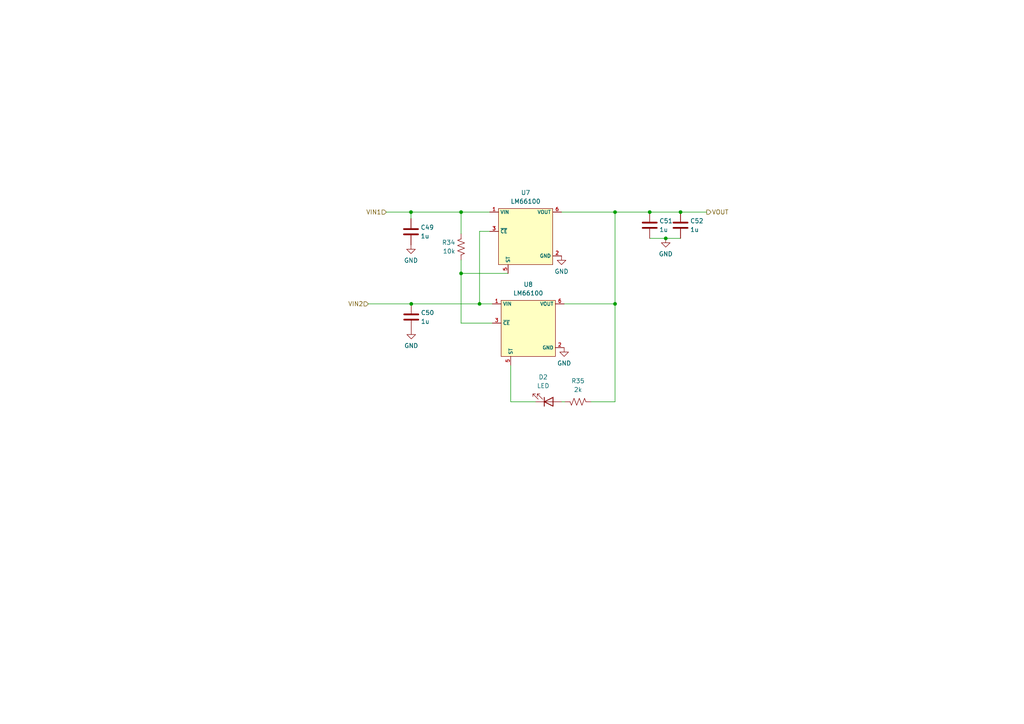
<source format=kicad_sch>
(kicad_sch (version 20230121) (generator eeschema)
  (paper "A4")
  (lib_symbols
    (symbol "Device:C" (pin_numbers hide) (pin_names (offset 0.254))
      (property "Reference" "C" (at 0.635 2.54 0))
      (property "Value" "C" (at 0.635 -2.54 0))
      (symbol "C_0_1"
        (polyline (pts (xy -2.032 -0.762) (xy 2.032 -0.762)) (stroke (width 0.508)))
        (polyline (pts (xy -2.032 0.762) (xy 2.032 0.762)) (stroke (width 0.508)))
      )
      (symbol "C_1_1"
        (pin passive line (at 0 3.81 270) (length 2.794) (name "~") (number "1"))
        (pin passive line (at 0 -3.81 90) (length 2.794) (name "~") (number "2"))
      )
    )
    (symbol "Device:LED" (pin_numbers hide) (pin_names (offset 1.016) hide)
      (property "Reference" "D" (at 0 2.54 0))
      (property "Value" "LED" (at 0 -2.54 0))
      (symbol "LED_0_1"
        (polyline (pts (xy -1.27 -1.27) (xy -1.27 1.27)) (stroke (width 0.254)))
        (polyline (pts (xy -1.27 0) (xy 1.27 0)))
        (polyline (pts (xy 1.27 -1.27) (xy 1.27 1.27) (xy -1.27 0) (xy 1.27 -1.27)) (stroke (width 0.254)))
        (polyline (pts (xy -3.048 -0.762) (xy -4.572 -2.286) (xy -3.81 -2.286) (xy -4.572 -2.286) (xy -4.572 -1.524)))
        (polyline (pts (xy -1.778 -0.762) (xy -3.302 -2.286) (xy -2.54 -2.286) (xy -3.302 -2.286) (xy -3.302 -1.524)))
      )
      (symbol "LED_1_1"
        (pin passive line (at -3.81 0 0) (length 2.54) (name "K") (number "1"))
        (pin passive line (at 3.81 0 180) (length 2.54) (name "A") (number "2"))
      )
    )
    (symbol "Device:R_US" (pin_numbers hide) (pin_names (offset 0))
      (property "Reference" "R" (at 2.54 0 90))
      (property "Value" "R_US" (at -2.54 0 90))
      (symbol "R_US_0_1"
        (polyline (pts (xy 0 -2.286) (xy 0 -2.54)))
        (polyline (pts (xy 0 2.286) (xy 0 2.54)))
        (polyline (pts (xy 0 -0.762) (xy 1.016 -1.143) (xy 0 -1.524) (xy -1.016 -1.905) (xy 0 -2.286)))
        (polyline (pts (xy 0 0.762) (xy 1.016 0.381) (xy 0 0) (xy -1.016 -0.381) (xy 0 -0.762)))
        (polyline (pts (xy 0 2.286) (xy 1.016 1.905) (xy 0 1.524) (xy -1.016 1.143) (xy 0 0.762)))
      )
      (symbol "R_US_1_1"
        (pin passive line (at 0 3.81 270) (length 1.27) (name "~") (number "1"))
        (pin passive line (at 0 -3.81 90) (length 1.27) (name "~") (number "2"))
      )
    )
    (symbol "Power_switch:LM66100"
      (property "Reference" "U" (at 0 1.524 0))
      (property "Value" "LM66100" (at 0 -1.016 0))
      (symbol "LM66100_0_0"
        (pin power_in line (at -11.43 9.906 0) (length 2.54) (name "VIN") (number "1"))
        (pin power_in line (at 9.398 -2.794 180) (length 2.54) (name "GND") (number "2"))
        (pin input line (at -11.43 4.318 0) (length 2.54) (name "~{CE}") (number "3"))
        (pin no_connect line (at 6.858 1.778 180) (length 2.54) hide (name "N/C") (number "4"))
        (pin open_collector line (at -6.096 -7.874 90) (length 2.54) (name "ST") (number "5"))
        (pin power_out line (at 9.398 9.906 180) (length 2.54) (name "VOUT") (number "6"))
      )
      (symbol "LM66100_0_1"
        (rectangle (start -8.89 10.922) (end 6.858 -5.334) (fill (type background)))
      )
    )
    (symbol "power:GND" (power) (pin_names (offset 0))
      (property "Value" "GND" (at 0 -3.81 0))
      (symbol "GND_0_1"
        (polyline (pts (xy 0 0) (xy 0 -1.27) (xy 1.27 -1.27) (xy 0 -2.54) (xy -1.27 -1.27) (xy 0 -1.27)))
      )
      (symbol "GND_1_1"
        (pin power_in line (at 0 0 270) (length 0) hide (name "GND") (number "1"))
      )
    )
  )
  (junction (at 133.731 61.5188))
  (junction (at 119.2022 61.5188))
  (junction (at 188.4426 61.5188))
  (junction (at 178.3842 88.138))
  (junction (at 139.0904 88.138))
  (junction (at 133.731 79.2988))
  (junction (at 193.0908 69.1388))
  (junction (at 119.2784 88.138))
  (junction (at 197.3834 61.5188))
  (junction (at 178.3842 61.5188))
  (wire (pts (xy 119.2022 63.3984) (xy 119.2022 61.5188)))
  (wire (pts (xy 148.1328 116.5352) (xy 148.1328 105.918)))
  (wire (pts (xy 133.731 61.5188) (xy 142.0368 61.5188)))
  (wire (pts (xy 139.0904 67.1068) (xy 139.0904 88.138)))
  (wire (pts (xy 178.3842 61.5188) (xy 188.4426 61.5188)))
  (wire (pts (xy 119.2022 61.5188) (xy 133.731 61.5188)))
  (wire (pts (xy 171.45 116.5352) (xy 178.3842 116.5352)))
  (wire (pts (xy 142.0368 67.1068) (xy 139.0904 67.1068)))
  (wire (pts (xy 178.3842 61.5188) (xy 178.3842 88.138)))
  (wire (pts (xy 133.731 79.2988) (xy 147.3708 79.2988)))
  (wire (pts (xy 163.83 116.5352) (xy 162.941 116.5352)))
  (wire (pts (xy 178.3842 88.138) (xy 178.3842 116.5352)))
  (wire (pts (xy 178.3842 61.5188) (xy 162.8648 61.5188)))
  (wire (pts (xy 139.0904 88.138) (xy 142.7988 88.138)))
  (wire (pts (xy 155.321 116.5352) (xy 148.1328 116.5352)))
  (wire (pts (xy 106.8324 88.138) (xy 119.2784 88.138)))
  (wire (pts (xy 119.2784 88.138) (xy 139.0904 88.138)))
  (wire (pts (xy 133.731 75.4126) (xy 133.731 79.2988)))
  (wire (pts (xy 188.4426 69.1388) (xy 193.0908 69.1388)))
  (wire (pts (xy 163.6268 88.138) (xy 178.3842 88.138)))
  (wire (pts (xy 197.3834 61.5188) (xy 204.978 61.5188)))
  (wire (pts (xy 142.7988 93.726) (xy 133.731 93.726)))
  (wire (pts (xy 188.4426 61.5188) (xy 197.3834 61.5188)))
  (wire (pts (xy 112.0648 61.5188) (xy 119.2022 61.5188)))
  (wire (pts (xy 133.731 79.2988) (xy 133.731 93.726)))
  (wire (pts (xy 133.731 67.7926) (xy 133.731 61.5188)))
  (wire (pts (xy 193.0908 69.1388) (xy 197.3834 69.1388)))
  (hierarchical_label "VIN1" (shape input) (at 112.0648 61.5188 180))
  (hierarchical_label "VOUT" (shape output) (at 204.978 61.5188 0))
  (hierarchical_label "VIN2" (shape input) (at 106.8324 88.138 180))
  (symbol (lib_id "Device:R_US") (at 167.64 116.5352 270) (mirror x) (unit 1)
    (property "Reference" "R35" (at 167.64 110.49 90))
    (property "Value" "2k" (at 167.64 113.03 90))
    (instances (project "KiVM" (path "" (reference "R35") (unit 1)) (path "" (reference "R33") (unit 1)) (path "" (reference "R37") (unit 1))))
  )
  (symbol (lib_id "Device:C") (at 197.3834 65.3288 0) (unit 1)
    (property "Reference" "C52" (at 200.152 64.0842 0) (effects (justify left)))
    (property "Value" "1u" (at 200.152 66.6242 0) (effects (justify left)))
    (instances (project "KiVM" (path "" (reference "C52") (unit 1)) (path "" (reference "C48") (unit 1)) (path "" (reference "C56") (unit 1))))
  )
  (symbol (lib_id "Device:C") (at 119.2022 67.2084 0) (unit 1)
    (property "Reference" "C49" (at 121.9708 65.9638 0) (effects (justify left)))
    (property "Value" "1u" (at 121.9708 68.5038 0) (effects (justify left)))
    (instances (project "KiVM" (path "" (reference "C49") (unit 1)) (path "" (reference "C45") (unit 1)) (path "" (reference "C53") (unit 1))))
  )
  (symbol (lib_id "Device:C") (at 119.2784 91.948 0) (unit 1)
    (property "Reference" "C50" (at 122.047 90.7034 0) (effects (justify left)))
    (property "Value" "1u" (at 122.047 93.2434 0) (effects (justify left)))
    (instances (project "KiVM" (path "" (reference "C50") (unit 1)) (path "" (reference "C46") (unit 1)) (path "" (reference "C54") (unit 1))))
  )
  (symbol (lib_id "power:GND") (at 119.2022 71.0184 0) (unit 1)
    (property "Reference" "#PWR069" (effects hide))
    (property "Value" "GND" (at 119.2022 75.5396 0))
    (instances (project "KiVM" (path "" (reference "#PWR069") (unit 1)) (path "" (reference "#PWR064") (unit 1)) (path "" (reference "#PWR074") (unit 1))))
  )
  (symbol (lib_id "power:GND") (at 193.0908 69.1388 0) (unit 1)
    (property "Reference" "#PWR073" (effects hide))
    (property "Value" "GND" (at 193.0908 73.66 0))
    (instances (project "KiVM" (path "" (reference "#PWR073") (unit 1)) (path "" (reference "#PWR068") (unit 1)) (path "" (reference "#PWR078") (unit 1))))
  )
  (symbol (lib_id "Power_switch:LM66100") (at 153.4668 71.4248 0) (unit 1)
    (property "Reference" "U7" (at 152.4508 55.88 0))
    (property "Value" "LM66100" (at 152.4508 58.42 0))
    (property "Footprint" "Package_TO_SOT_SMD:SOT-363_SC-70-6" (effects hide))
    (property "Datasheet" "https://www.ti.com/lit/ds/symlink/lm66100.pdf?HQS=dis-dk-null-digikeymode-dsf-pf-null-wwe&ts=1671399634180&ref_url=https%253A%252F%252Fwww.ti.com%252Fgeneral%252Fdocs%252Fsuppproductinfo.tsp%253FdistId%253D10%2526gotoUrl%253Dhttps%253A%252F%252Fwww.ti.com%252Flit%252Fgpn%252Flm66100" (effects hide))
    (instances (project "KiVM" (path "" (reference "U7") (unit 1)) (path "" (reference "U5") (unit 1)) (path "" (reference "U9") (unit 1))))
  )
  (symbol (lib_id "power:GND") (at 163.6268 100.838 0) (unit 1)
    (property "Reference" "#PWR072" (effects hide))
    (property "Value" "GND" (at 163.6268 105.3592 0))
    (instances (project "KiVM" (path "" (reference "#PWR072") (unit 1)) (path "" (reference "#PWR067") (unit 1)) (path "" (reference "#PWR077") (unit 1))))
  )
  (symbol (lib_id "Device:LED") (at 159.131 116.5352 0) (mirror x) (unit 1)
    (property "Reference" "D2" (at 157.5435 109.3724 0))
    (property "Value" "LED" (at 157.5435 111.9124 0))
    (instances (project "KiVM" (path "" (reference "D2") (unit 1)) (path "" (reference "D1") (unit 1)) (path "" (reference "D3") (unit 1))))
  )
  (symbol (lib_id "Device:R_US") (at 133.731 71.6026 0) (mirror x) (unit 1)
    (property "Reference" "R34" (at 132.08 70.3325 0) (effects (justify right)))
    (property "Value" "10k" (at 132.08 72.8725 0) (effects (justify right)))
    (instances (project "KiVM" (path "" (reference "R34") (unit 1)) (path "" (reference "R32") (unit 1)) (path "" (reference "R36") (unit 1))))
  )
  (symbol (lib_id "Power_switch:LM66100") (at 154.2288 98.044 0) (unit 1)
    (property "Reference" "U8" (at 153.2128 82.4992 0))
    (property "Value" "LM66100" (at 153.2128 85.0392 0))
    (property "Footprint" "Package_TO_SOT_SMD:SOT-363_SC-70-6" (effects hide))
    (property "Datasheet" "https://www.ti.com/lit/ds/symlink/lm66100.pdf?HQS=dis-dk-null-digikeymode-dsf-pf-null-wwe&ts=1671399634180&ref_url=https%253A%252F%252Fwww.ti.com%252Fgeneral%252Fdocs%252Fsuppproductinfo.tsp%253FdistId%253D10%2526gotoUrl%253Dhttps%253A%252F%252Fwww.ti.com%252Flit%252Fgpn%252Flm66100" (effects hide))
    (instances (project "KiVM" (path "" (reference "U8") (unit 1)) (path "" (reference "U6") (unit 1)) (path "" (reference "U10") (unit 1))))
  )
  (symbol (lib_id "power:GND") (at 119.2784 95.758 0) (unit 1)
    (property "Reference" "#PWR070" (effects hide))
    (property "Value" "GND" (at 119.2784 100.2792 0))
    (instances (project "KiVM" (path "" (reference "#PWR070") (unit 1)) (path "" (reference "#PWR065") (unit 1)) (path "" (reference "#PWR075") (unit 1))))
  )
  (symbol (lib_id "power:GND") (at 162.8648 74.2188 0) (unit 1)
    (property "Reference" "#PWR071" (effects hide))
    (property "Value" "GND" (at 162.8648 78.74 0))
    (instances (project "KiVM" (path "" (reference "#PWR071") (unit 1)) (path "" (reference "#PWR066") (unit 1)) (path "" (reference "#PWR076") (unit 1))))
  )
  (symbol (lib_id "Device:C") (at 188.4426 65.3288 0) (unit 1)
    (property "Reference" "C51" (at 191.2112 64.0842 0) (effects (justify left)))
    (property "Value" "1u" (at 191.2112 66.6242 0) (effects (justify left)))
    (instances (project "KiVM" (path "" (reference "C51") (unit 1)) (path "" (reference "C47") (unit 1)) (path "" (reference "C55") (unit 1))))
  )
)
</source>
